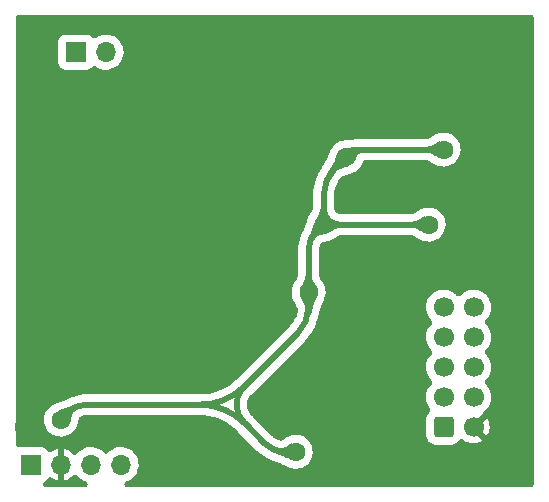
<source format=gbr>
%TF.GenerationSoftware,KiCad,Pcbnew,(6.0.11)*%
%TF.CreationDate,2023-03-20T00:38:49+01:00*%
%TF.ProjectId,prusa-lcd-reader-rounded,70727573-612d-46c6-9364-2d7265616465,rev?*%
%TF.SameCoordinates,Original*%
%TF.FileFunction,Copper,L2,Bot*%
%TF.FilePolarity,Positive*%
%FSLAX46Y46*%
G04 Gerber Fmt 4.6, Leading zero omitted, Abs format (unit mm)*
G04 Created by KiCad (PCBNEW (6.0.11)) date 2023-03-20 00:38:49*
%MOMM*%
%LPD*%
G01*
G04 APERTURE LIST*
G04 Aperture macros list*
%AMRoundRect*
0 Rectangle with rounded corners*
0 $1 Rounding radius*
0 $2 $3 $4 $5 $6 $7 $8 $9 X,Y pos of 4 corners*
0 Add a 4 corners polygon primitive as box body*
4,1,4,$2,$3,$4,$5,$6,$7,$8,$9,$2,$3,0*
0 Add four circle primitives for the rounded corners*
1,1,$1+$1,$2,$3*
1,1,$1+$1,$4,$5*
1,1,$1+$1,$6,$7*
1,1,$1+$1,$8,$9*
0 Add four rect primitives between the rounded corners*
20,1,$1+$1,$2,$3,$4,$5,0*
20,1,$1+$1,$4,$5,$6,$7,0*
20,1,$1+$1,$6,$7,$8,$9,0*
20,1,$1+$1,$8,$9,$2,$3,0*%
G04 Aperture macros list end*
%TA.AperFunction,ComponentPad*%
%ADD10R,1.700000X1.700000*%
%TD*%
%TA.AperFunction,ComponentPad*%
%ADD11O,1.700000X1.700000*%
%TD*%
%TA.AperFunction,ComponentPad*%
%ADD12RoundRect,0.250000X-0.600000X-0.600000X0.600000X-0.600000X0.600000X0.600000X-0.600000X0.600000X0*%
%TD*%
%TA.AperFunction,ComponentPad*%
%ADD13C,1.700000*%
%TD*%
%TA.AperFunction,ViaPad*%
%ADD14C,1.600000*%
%TD*%
%TA.AperFunction,Conductor*%
%ADD15C,0.500000*%
%TD*%
G04 APERTURE END LIST*
D10*
%TO.P,J3,1,Pin_1*%
%TO.N,+3.3V*%
X115570000Y-103505000D03*
D11*
%TO.P,J3,2,Pin_2*%
%TO.N,GND*%
X118110000Y-103505000D03*
%TO.P,J3,3,Pin_3*%
%TO.N,EN*%
X120650000Y-103505000D03*
%TO.P,J3,4,Pin_4*%
%TO.N,IO0*%
X123190000Y-103505000D03*
%TD*%
%TO.P,J2,2,Pin_2*%
%TO.N,RX*%
X121915000Y-68580000D03*
D10*
%TO.P,J2,1,Pin_1*%
%TO.N,TX*%
X119375000Y-68580000D03*
%TD*%
D12*
%TO.P,J1,1,Pin_1*%
%TO.N,+5V*%
X150495000Y-100330000D03*
D13*
%TO.P,J1,2,Pin_2*%
%TO.N,GND*%
X153035000Y-100330000D03*
%TO.P,J1,3,Pin_3*%
%TO.N,Net-(J1-Pad3)*%
X150495000Y-97790000D03*
%TO.P,J1,4,Pin_4*%
%TO.N,Net-(J1-Pad4)*%
X153035000Y-97790000D03*
%TO.P,J1,5,Pin_5*%
%TO.N,Net-(J1-Pad5)*%
X150495000Y-95250000D03*
%TO.P,J1,6,Pin_6*%
%TO.N,Net-(J1-Pad6)*%
X153035000Y-95250000D03*
%TO.P,J1,7,Pin_7*%
%TO.N,Net-(J1-Pad7)*%
X150495000Y-92710000D03*
%TO.P,J1,8,Pin_8*%
%TO.N,Net-(J1-Pad8)*%
X153035000Y-92710000D03*
%TO.P,J1,9,Pin_9*%
%TO.N,unconnected-(J1-Pad9)*%
X150495000Y-90170000D03*
%TO.P,J1,10,Pin_10*%
%TO.N,unconnected-(J1-Pad10)*%
X153035000Y-90170000D03*
%TD*%
D14*
%TO.N,GND*%
X150495000Y-68580000D03*
X134620000Y-92075000D03*
X115570000Y-71755000D03*
X145415000Y-103505000D03*
%TO.N,+3.3V*%
X118110000Y-99695000D03*
X137977500Y-102417500D03*
X150495000Y-76835000D03*
X142240000Y-77470000D03*
X140335000Y-83185000D03*
X149225000Y-83185000D03*
X139065000Y-88900000D03*
%TO.N,GND*%
X114935000Y-100330000D03*
X120650000Y-100330000D03*
%TD*%
D15*
%TO.N,+3.3V*%
X118744992Y-99059992D02*
G75*
G02*
X120278025Y-98425000I1533008J-1533008D01*
G01*
X140335016Y-80722038D02*
G75*
G02*
X141287500Y-78422500I3251984J38D01*
G01*
X137025000Y-102417511D02*
G75*
G02*
X135398980Y-101743980I0J2299511D01*
G01*
X133494227Y-97010803D02*
G75*
G02*
X129826036Y-98425000I-3546927J3735703D01*
G01*
X129826036Y-98424990D02*
G75*
G02*
X133673791Y-100018793I-36J-5441610D01*
G01*
X133673750Y-100018839D02*
G75*
G02*
X133494212Y-97010787I1425050J1594439D01*
G01*
X138166985Y-92338036D02*
G75*
G03*
X139065000Y-90170000I-2168085J2168036D01*
G01*
X142557496Y-77152496D02*
G75*
G02*
X143324012Y-76835000I766504J-766504D01*
G01*
X139065011Y-85353025D02*
G75*
G02*
X139700000Y-83820000I2167989J25D01*
G01*
%TO.N,GND*%
X118481974Y-101599989D02*
G75*
G03*
X120015000Y-100965000I26J2167989D01*
G01*
X117103025Y-101599989D02*
G75*
G02*
X115570000Y-100965000I-25J2167989D01*
G01*
%TO.N,+3.3V*%
X140335000Y-83185000D02*
X149225000Y-83185000D01*
X139065000Y-90170000D02*
X139065000Y-88900000D01*
X133494212Y-97010787D02*
X138166974Y-92338025D01*
X118745000Y-99060000D02*
X118110000Y-99695000D01*
X120278025Y-98425000D02*
X129826036Y-98425000D01*
X135398980Y-101743980D02*
X133673792Y-100018792D01*
X137025000Y-102417500D02*
X137977500Y-102417500D01*
%TO.N,GND*%
X114935000Y-100330000D02*
X115570000Y-100965000D01*
X118481974Y-101600000D02*
X117103025Y-101600000D01*
X120015000Y-100965000D02*
X120650000Y-100330000D01*
%TO.N,+3.3V*%
X142240000Y-77470000D02*
X142557500Y-77152500D01*
X150495000Y-76835000D02*
X143324012Y-76835000D01*
X140335000Y-83185000D02*
X140335000Y-80722038D01*
X141287500Y-78422500D02*
X142240000Y-77470000D01*
X140335000Y-83185000D02*
X139700000Y-83820000D01*
X139065000Y-88900000D02*
X139065000Y-85353025D01*
%TD*%
%TA.AperFunction,Conductor*%
%TO.N,+3.3V*%
G36*
X143639099Y-76588470D02*
G01*
X143642628Y-76596844D01*
X143642628Y-77074182D01*
X143639201Y-77082455D01*
X143631843Y-77085846D01*
X143502906Y-77095961D01*
X143502905Y-77095961D01*
X143502334Y-77096006D01*
X143501786Y-77096160D01*
X143501783Y-77096161D01*
X143391111Y-77127360D01*
X143391108Y-77127361D01*
X143390435Y-77127551D01*
X143302133Y-77177425D01*
X143232630Y-77243419D01*
X143177129Y-77323323D01*
X143130832Y-77414927D01*
X143130745Y-77415137D01*
X143088942Y-77516022D01*
X143046702Y-77624289D01*
X143046595Y-77624552D01*
X142999332Y-77737499D01*
X142999029Y-77738165D01*
X142945505Y-77846511D01*
X142938768Y-77852411D01*
X142933302Y-77852903D01*
X142816319Y-77835588D01*
X141914193Y-77702055D01*
X142237457Y-76678056D01*
X142243215Y-76671198D01*
X142248446Y-76669879D01*
X142264543Y-76669649D01*
X142406094Y-76667622D01*
X142406122Y-76667621D01*
X142406201Y-76667620D01*
X142406297Y-76667616D01*
X142406318Y-76667615D01*
X142548917Y-76661163D01*
X142548932Y-76661162D01*
X142548978Y-76661160D01*
X142549027Y-76661156D01*
X142549032Y-76661156D01*
X142674867Y-76651647D01*
X142674896Y-76651644D01*
X142674954Y-76651640D01*
X142675038Y-76651632D01*
X142675067Y-76651629D01*
X142731210Y-76646024D01*
X142790750Y-76640080D01*
X142861165Y-76632188D01*
X142902956Y-76627504D01*
X142902990Y-76627500D01*
X143018215Y-76614929D01*
X143018406Y-76614910D01*
X143143117Y-76603375D01*
X143143409Y-76603351D01*
X143240942Y-76596781D01*
X143284447Y-76593850D01*
X143284768Y-76593833D01*
X143421121Y-76588470D01*
X143448681Y-76587386D01*
X143448997Y-76587378D01*
X143454440Y-76587311D01*
X143630785Y-76585145D01*
X143639099Y-76588470D01*
G37*
%TD.AperFunction*%
%TD*%
%TA.AperFunction,Conductor*%
%TO.N,+3.3V*%
G36*
X140824576Y-82538229D02*
G01*
X140923712Y-82596285D01*
X140923713Y-82596286D01*
X140944946Y-82608719D01*
X140945220Y-82608885D01*
X141051488Y-82675534D01*
X141150009Y-82737229D01*
X141150071Y-82737264D01*
X141150090Y-82737276D01*
X141212424Y-82772965D01*
X141246889Y-82792699D01*
X141288526Y-82812416D01*
X141348083Y-82840619D01*
X141348091Y-82840622D01*
X141348367Y-82840753D01*
X141348652Y-82840853D01*
X141348659Y-82840856D01*
X141460371Y-82880092D01*
X141460379Y-82880094D01*
X141460680Y-82880200D01*
X141460994Y-82880272D01*
X141461001Y-82880274D01*
X141589775Y-82909785D01*
X141589783Y-82909786D01*
X141590065Y-82909851D01*
X141742759Y-82928514D01*
X141742999Y-82928523D01*
X141743005Y-82928523D01*
X141807837Y-82930830D01*
X141913717Y-82934598D01*
X141921862Y-82938317D01*
X141925000Y-82946291D01*
X141925000Y-83423709D01*
X141921573Y-83431982D01*
X141913717Y-83435401D01*
X141802368Y-83439364D01*
X141743005Y-83441476D01*
X141742999Y-83441476D01*
X141742759Y-83441485D01*
X141590065Y-83460148D01*
X141589783Y-83460213D01*
X141589775Y-83460214D01*
X141461001Y-83489725D01*
X141460994Y-83489727D01*
X141460680Y-83489799D01*
X141460379Y-83489905D01*
X141460371Y-83489907D01*
X141348659Y-83529143D01*
X141348652Y-83529146D01*
X141348367Y-83529246D01*
X141348091Y-83529377D01*
X141348083Y-83529380D01*
X141288526Y-83557583D01*
X141246889Y-83577300D01*
X141212424Y-83597034D01*
X141150090Y-83632723D01*
X141150071Y-83632735D01*
X141150009Y-83632770D01*
X141051488Y-83694465D01*
X140945234Y-83761105D01*
X140944945Y-83761280D01*
X140835389Y-83825438D01*
X140824839Y-83831616D01*
X140824324Y-83831901D01*
X140691163Y-83901126D01*
X140682243Y-83901902D01*
X140677657Y-83899178D01*
X140619893Y-83843629D01*
X139935000Y-83185000D01*
X140683711Y-82465000D01*
X140824576Y-82538229D01*
G37*
%TD.AperFunction*%
%TD*%
%TA.AperFunction,Conductor*%
%TO.N,+3.3V*%
G36*
X148882343Y-82470822D02*
G01*
X149338916Y-82909886D01*
X149616231Y-83176567D01*
X149619819Y-83184771D01*
X149616231Y-83193433D01*
X149216936Y-83577416D01*
X148882343Y-83899178D01*
X148874004Y-83902443D01*
X148868838Y-83901126D01*
X148735675Y-83831901D01*
X148735160Y-83831616D01*
X148615054Y-83761280D01*
X148614765Y-83761105D01*
X148508511Y-83694465D01*
X148409990Y-83632770D01*
X148409928Y-83632735D01*
X148409909Y-83632723D01*
X148347575Y-83597034D01*
X148313110Y-83577300D01*
X148271473Y-83557583D01*
X148211916Y-83529380D01*
X148211908Y-83529377D01*
X148211632Y-83529246D01*
X148211347Y-83529146D01*
X148211340Y-83529143D01*
X148099628Y-83489907D01*
X148099620Y-83489905D01*
X148099319Y-83489799D01*
X148099005Y-83489727D01*
X148098998Y-83489725D01*
X147970224Y-83460214D01*
X147970216Y-83460213D01*
X147969934Y-83460148D01*
X147817240Y-83441485D01*
X147817000Y-83441476D01*
X147816994Y-83441476D01*
X147757453Y-83439357D01*
X147646283Y-83435402D01*
X147638138Y-83431683D01*
X147635000Y-83423709D01*
X147635000Y-82946291D01*
X147638427Y-82938018D01*
X147646283Y-82934598D01*
X147751947Y-82930838D01*
X147816994Y-82928523D01*
X147817000Y-82928523D01*
X147817240Y-82928514D01*
X147969934Y-82909851D01*
X147970216Y-82909786D01*
X147970224Y-82909785D01*
X148098998Y-82880274D01*
X148099005Y-82880272D01*
X148099319Y-82880200D01*
X148099620Y-82880094D01*
X148099628Y-82880092D01*
X148211340Y-82840856D01*
X148211347Y-82840853D01*
X148211632Y-82840753D01*
X148211908Y-82840622D01*
X148211916Y-82840619D01*
X148271473Y-82812416D01*
X148313110Y-82792699D01*
X148347575Y-82772965D01*
X148409909Y-82737276D01*
X148409928Y-82737264D01*
X148409990Y-82737229D01*
X148508511Y-82675534D01*
X148614779Y-82608885D01*
X148615054Y-82608719D01*
X148735161Y-82538383D01*
X148735675Y-82538098D01*
X148736246Y-82537801D01*
X148868837Y-82468874D01*
X148877758Y-82468098D01*
X148882343Y-82470822D01*
G37*
%TD.AperFunction*%
%TD*%
%TA.AperFunction,Conductor*%
%TO.N,+3.3V*%
G36*
X139449661Y-88900000D02*
G01*
X139451192Y-88901592D01*
X139779411Y-89242900D01*
X139782676Y-89251239D01*
X139781559Y-89256003D01*
X139690591Y-89448786D01*
X139613882Y-89622873D01*
X139551251Y-89778851D01*
X139499075Y-89924598D01*
X139453733Y-90067993D01*
X139453707Y-90068086D01*
X139430375Y-90150561D01*
X139411603Y-90216915D01*
X139389051Y-90302970D01*
X139369063Y-90379242D01*
X139369050Y-90379292D01*
X139345024Y-90474014D01*
X139322490Y-90562853D01*
X139268263Y-90775628D01*
X139268253Y-90775626D01*
X139268243Y-90775706D01*
X139205742Y-91014075D01*
X139200329Y-91021209D01*
X139191407Y-91022412D01*
X138730546Y-90899362D01*
X138723437Y-90893917D01*
X138722148Y-90885494D01*
X138770594Y-90669779D01*
X138770595Y-90669773D01*
X138770655Y-90669506D01*
X138783735Y-90562841D01*
X138794582Y-90474376D01*
X138794582Y-90474370D01*
X138794626Y-90474014D01*
X138794354Y-90303369D01*
X138772592Y-90150953D01*
X138732095Y-90010149D01*
X138675618Y-89874340D01*
X138627250Y-89778972D01*
X138605953Y-89736980D01*
X138605943Y-89736961D01*
X138605916Y-89736908D01*
X138525754Y-89591260D01*
X138525751Y-89591234D01*
X138525743Y-89591238D01*
X138437925Y-89430843D01*
X138437765Y-89430541D01*
X138348786Y-89256132D01*
X138348079Y-89247205D01*
X138350774Y-89242707D01*
X139065000Y-88500000D01*
X139449661Y-88900000D01*
G37*
%TD.AperFunction*%
%TD*%
%TA.AperFunction,Conductor*%
%TO.N,+3.3V*%
G36*
X119304719Y-98392276D02*
G01*
X119497303Y-98827735D01*
X119497779Y-98828812D01*
X119497991Y-98837764D01*
X119492448Y-98843939D01*
X119346265Y-98919432D01*
X119227355Y-99005307D01*
X119139299Y-99097121D01*
X119075894Y-99195488D01*
X119030934Y-99301018D01*
X118998217Y-99414323D01*
X118998178Y-99414503D01*
X118971538Y-99536016D01*
X118971526Y-99536072D01*
X118944725Y-99666557D01*
X118944649Y-99666898D01*
X118911568Y-99806642D01*
X118911377Y-99807352D01*
X118868165Y-99949413D01*
X118862478Y-99956331D01*
X118857200Y-99957706D01*
X117839323Y-99977604D01*
X117830984Y-99974339D01*
X117827396Y-99965677D01*
X117835795Y-99536016D01*
X117847300Y-98947470D01*
X117850888Y-98939267D01*
X117855177Y-98936641D01*
X118021521Y-98879171D01*
X118021543Y-98879164D01*
X118171367Y-98827735D01*
X118303679Y-98782101D01*
X118425135Y-98739369D01*
X118425171Y-98739356D01*
X118542417Y-98696641D01*
X118662203Y-98651018D01*
X118791175Y-98599602D01*
X118868467Y-98567526D01*
X118935984Y-98539507D01*
X118936012Y-98539495D01*
X119103394Y-98467797D01*
X119289321Y-98386292D01*
X119298275Y-98386109D01*
X119304719Y-98392276D01*
G37*
%TD.AperFunction*%
%TD*%
%TA.AperFunction,Conductor*%
%TO.N,+3.3V*%
G36*
X137634891Y-101703368D02*
G01*
X138069119Y-102120944D01*
X138368731Y-102409067D01*
X138372319Y-102417271D01*
X138368731Y-102425933D01*
X137634662Y-103131852D01*
X137626323Y-103135117D01*
X137621456Y-103133951D01*
X137458404Y-103055048D01*
X137311614Y-102984535D01*
X137181495Y-102923164D01*
X137061123Y-102868141D01*
X136943573Y-102816671D01*
X136821921Y-102765958D01*
X136689243Y-102713206D01*
X136538614Y-102655622D01*
X136363133Y-102590416D01*
X136363111Y-102590408D01*
X136363068Y-102590392D01*
X136282221Y-102560894D01*
X136166778Y-102518773D01*
X136160181Y-102512719D01*
X136159790Y-102503794D01*
X136322502Y-102055120D01*
X136328544Y-102048511D01*
X136336861Y-102047902D01*
X136423778Y-102073957D01*
X136502716Y-102097620D01*
X136503109Y-102097680D01*
X136503113Y-102097681D01*
X136654794Y-102120879D01*
X136654798Y-102120879D01*
X136655280Y-102120953D01*
X136655775Y-102120944D01*
X136788535Y-102118520D01*
X136788537Y-102118520D01*
X136789071Y-102118510D01*
X136909192Y-102094074D01*
X137020750Y-102051428D01*
X137021046Y-102051272D01*
X137021052Y-102051269D01*
X137060699Y-102030337D01*
X137128850Y-101994358D01*
X137238599Y-101926646D01*
X137354983Y-101852151D01*
X137355223Y-101852002D01*
X137483178Y-101774605D01*
X137483759Y-101774276D01*
X137621307Y-101701461D01*
X137630222Y-101700618D01*
X137634891Y-101703368D01*
G37*
%TD.AperFunction*%
%TD*%
%TA.AperFunction,Conductor*%
%TO.N,+3.3V*%
G36*
X150152343Y-76120822D02*
G01*
X150608916Y-76559886D01*
X150886231Y-76826567D01*
X150889819Y-76834771D01*
X150886231Y-76843433D01*
X150486936Y-77227416D01*
X150152343Y-77549178D01*
X150144004Y-77552443D01*
X150138838Y-77551126D01*
X150005675Y-77481901D01*
X150005160Y-77481616D01*
X149885054Y-77411280D01*
X149884765Y-77411105D01*
X149778511Y-77344465D01*
X149679990Y-77282770D01*
X149679928Y-77282735D01*
X149679909Y-77282723D01*
X149617575Y-77247034D01*
X149583110Y-77227300D01*
X149541473Y-77207583D01*
X149481916Y-77179380D01*
X149481908Y-77179377D01*
X149481632Y-77179246D01*
X149481347Y-77179146D01*
X149481340Y-77179143D01*
X149369628Y-77139907D01*
X149369620Y-77139905D01*
X149369319Y-77139799D01*
X149369005Y-77139727D01*
X149368998Y-77139725D01*
X149240224Y-77110214D01*
X149240216Y-77110213D01*
X149239934Y-77110148D01*
X149087240Y-77091485D01*
X149087000Y-77091476D01*
X149086994Y-77091476D01*
X149027453Y-77089357D01*
X148916283Y-77085402D01*
X148908138Y-77081683D01*
X148905000Y-77073709D01*
X148905000Y-76596291D01*
X148908427Y-76588018D01*
X148916283Y-76584598D01*
X149021947Y-76580838D01*
X149086994Y-76578523D01*
X149087000Y-76578523D01*
X149087240Y-76578514D01*
X149239934Y-76559851D01*
X149240216Y-76559786D01*
X149240224Y-76559785D01*
X149368998Y-76530274D01*
X149369005Y-76530272D01*
X149369319Y-76530200D01*
X149369620Y-76530094D01*
X149369628Y-76530092D01*
X149481340Y-76490856D01*
X149481347Y-76490853D01*
X149481632Y-76490753D01*
X149481908Y-76490622D01*
X149481916Y-76490619D01*
X149541473Y-76462416D01*
X149583110Y-76442699D01*
X149617575Y-76422965D01*
X149679909Y-76387276D01*
X149679928Y-76387264D01*
X149679990Y-76387229D01*
X149778511Y-76325534D01*
X149884779Y-76258885D01*
X149885054Y-76258719D01*
X150005161Y-76188383D01*
X150005675Y-76188098D01*
X150006246Y-76187801D01*
X150138837Y-76118874D01*
X150147758Y-76118098D01*
X150152343Y-76120822D01*
G37*
%TD.AperFunction*%
%TD*%
%TA.AperFunction,Conductor*%
%TO.N,+3.3V*%
G36*
X140581982Y-81598427D02*
G01*
X140585401Y-81606283D01*
X140591485Y-81777240D01*
X140610148Y-81929934D01*
X140639799Y-82059319D01*
X140639905Y-82059620D01*
X140639907Y-82059628D01*
X140679143Y-82171340D01*
X140679246Y-82171632D01*
X140727300Y-82273110D01*
X140727416Y-82273312D01*
X140782723Y-82369909D01*
X140782735Y-82369928D01*
X140782770Y-82369990D01*
X140782818Y-82370066D01*
X140844465Y-82468511D01*
X140911105Y-82574765D01*
X140911280Y-82575053D01*
X140923713Y-82596286D01*
X140923714Y-82596287D01*
X140981770Y-82695423D01*
X141055000Y-82836289D01*
X140335000Y-83585000D01*
X139632070Y-82854040D01*
X139620822Y-82842343D01*
X139617557Y-82834004D01*
X139618874Y-82828836D01*
X139618971Y-82828651D01*
X139688098Y-82695675D01*
X139688383Y-82695160D01*
X139745840Y-82597046D01*
X139758719Y-82575054D01*
X139758894Y-82574765D01*
X139825534Y-82468511D01*
X139887181Y-82370066D01*
X139887229Y-82369990D01*
X139887264Y-82369928D01*
X139887276Y-82369909D01*
X139942583Y-82273312D01*
X139942699Y-82273110D01*
X139990753Y-82171632D01*
X139990856Y-82171340D01*
X140030092Y-82059628D01*
X140030094Y-82059620D01*
X140030200Y-82059319D01*
X140059851Y-81929934D01*
X140078514Y-81777240D01*
X140084598Y-81606283D01*
X140088317Y-81598138D01*
X140096291Y-81595000D01*
X140573709Y-81595000D01*
X140581982Y-81598427D01*
G37*
%TD.AperFunction*%
%TD*%
%TA.AperFunction,Conductor*%
%TO.N,+3.3V*%
G36*
X142511049Y-77790402D02*
G01*
X142511014Y-77792195D01*
X142502702Y-78217389D01*
X142499114Y-78225593D01*
X142494646Y-78228279D01*
X142299497Y-78292207D01*
X142299290Y-78292272D01*
X142116681Y-78347369D01*
X141951209Y-78397775D01*
X141799838Y-78450144D01*
X141659418Y-78511165D01*
X141659134Y-78511328D01*
X141659129Y-78511331D01*
X141545147Y-78576958D01*
X141526794Y-78587525D01*
X141398817Y-78685914D01*
X141272333Y-78813019D01*
X141272121Y-78813288D01*
X141272120Y-78813289D01*
X141144362Y-78975309D01*
X141144355Y-78975319D01*
X141144190Y-78975528D01*
X141144045Y-78975752D01*
X141144043Y-78975754D01*
X141017381Y-79170675D01*
X141009999Y-79175745D01*
X141001561Y-79174339D01*
X140592326Y-78929367D01*
X140586987Y-78922177D01*
X140588331Y-78913261D01*
X140649127Y-78813019D01*
X140721121Y-78694312D01*
X140841117Y-78500630D01*
X140872577Y-78450232D01*
X140945247Y-78333813D01*
X140945276Y-78333766D01*
X141036501Y-78185461D01*
X141036508Y-78185449D01*
X141036539Y-78185399D01*
X141118021Y-78046926D01*
X141192724Y-77909929D01*
X141263674Y-77765947D01*
X141333903Y-77606516D01*
X141406437Y-77423175D01*
X141481575Y-77215028D01*
X141487607Y-77208410D01*
X141492351Y-77207303D01*
X141687211Y-77203494D01*
X142073969Y-77195933D01*
X142522842Y-77187158D01*
X142511049Y-77790402D01*
G37*
%TD.AperFunction*%
%TD*%
%TA.AperFunction,Conductor*%
%TO.N,+3.3V*%
G36*
X140599815Y-83824321D02*
G01*
X140599772Y-83826528D01*
X140597706Y-83932200D01*
X140594118Y-83940404D01*
X140589413Y-83943165D01*
X140447341Y-83986380D01*
X140446656Y-83986565D01*
X140343071Y-84011087D01*
X140306900Y-84019650D01*
X140306558Y-84019726D01*
X140176018Y-84046540D01*
X140054326Y-84073220D01*
X140054152Y-84073270D01*
X140054145Y-84073272D01*
X139983290Y-84093732D01*
X139941021Y-84105938D01*
X139835492Y-84150899D01*
X139737127Y-84214305D01*
X139645314Y-84302362D01*
X139559440Y-84421272D01*
X139559241Y-84421658D01*
X139483948Y-84567455D01*
X139477107Y-84573233D01*
X139468820Y-84572786D01*
X139032284Y-84379728D01*
X139026104Y-84373248D01*
X139026300Y-84364331D01*
X139107804Y-84178402D01*
X139179473Y-84011087D01*
X139179478Y-84011076D01*
X139179502Y-84011019D01*
X139189686Y-83986480D01*
X139239608Y-83866181D01*
X139291023Y-83737209D01*
X139336644Y-83617421D01*
X139379371Y-83500138D01*
X139422102Y-83378681D01*
X139467736Y-83246369D01*
X139519163Y-83096545D01*
X139519180Y-83096525D01*
X139519171Y-83096522D01*
X139576641Y-82930177D01*
X139582582Y-82923477D01*
X139587469Y-82922300D01*
X140617842Y-82902158D01*
X140599815Y-83824321D01*
G37*
%TD.AperFunction*%
%TD*%
%TA.AperFunction,Conductor*%
%TO.N,+3.3V*%
G36*
X139311982Y-87313427D02*
G01*
X139315401Y-87321283D01*
X139321485Y-87492240D01*
X139340148Y-87644934D01*
X139369799Y-87774319D01*
X139369905Y-87774620D01*
X139369907Y-87774628D01*
X139409143Y-87886340D01*
X139409246Y-87886632D01*
X139457300Y-87988110D01*
X139457416Y-87988312D01*
X139512723Y-88084909D01*
X139512735Y-88084928D01*
X139512770Y-88084990D01*
X139512818Y-88085066D01*
X139574465Y-88183511D01*
X139641105Y-88289765D01*
X139641289Y-88290069D01*
X139711616Y-88410160D01*
X139711901Y-88410675D01*
X139781126Y-88543836D01*
X139781902Y-88552757D01*
X139779178Y-88557343D01*
X139065000Y-89300000D01*
X138350822Y-88557343D01*
X138347557Y-88549004D01*
X138348874Y-88543836D01*
X138418098Y-88410675D01*
X138418383Y-88410160D01*
X138488710Y-88290069D01*
X138488894Y-88289765D01*
X138555534Y-88183511D01*
X138617181Y-88085066D01*
X138617229Y-88084990D01*
X138617264Y-88084928D01*
X138617276Y-88084909D01*
X138672583Y-87988312D01*
X138672699Y-87988110D01*
X138720753Y-87886632D01*
X138720856Y-87886340D01*
X138760092Y-87774628D01*
X138760094Y-87774620D01*
X138760200Y-87774319D01*
X138789851Y-87644934D01*
X138808514Y-87492240D01*
X138814598Y-87321283D01*
X138818317Y-87313138D01*
X138826291Y-87310000D01*
X139303709Y-87310000D01*
X139311982Y-87313427D01*
G37*
%TD.AperFunction*%
%TD*%
%TA.AperFunction,Conductor*%
%TO.N,GND*%
G36*
X157958319Y-65424758D02*
G01*
X158040398Y-65479602D01*
X158095242Y-65561681D01*
X158114500Y-65658500D01*
X158114500Y-105156500D01*
X158095242Y-105253319D01*
X158040398Y-105335398D01*
X157958319Y-105390242D01*
X157861500Y-105409500D01*
X123735429Y-105409500D01*
X123638610Y-105390242D01*
X123556531Y-105335398D01*
X123501687Y-105253319D01*
X123482429Y-105156500D01*
X123501687Y-105059681D01*
X123556531Y-104977602D01*
X123638610Y-104922758D01*
X123662726Y-104914171D01*
X123671327Y-104911590D01*
X123733882Y-104892823D01*
X123953246Y-104785358D01*
X124152113Y-104643507D01*
X124191268Y-104604489D01*
X124317792Y-104478407D01*
X124317796Y-104478403D01*
X124325142Y-104471082D01*
X124336552Y-104455204D01*
X124402192Y-104363855D01*
X124467686Y-104272711D01*
X124514953Y-104177074D01*
X124571315Y-104063032D01*
X124575916Y-104053723D01*
X124646927Y-103819999D01*
X124649465Y-103800726D01*
X124677932Y-103584491D01*
X124678811Y-103577815D01*
X124680591Y-103505000D01*
X124660576Y-103261548D01*
X124632573Y-103150063D01*
X124603597Y-103034705D01*
X124603596Y-103034701D01*
X124601067Y-103024634D01*
X124503663Y-102800620D01*
X124370980Y-102595523D01*
X124206581Y-102414851D01*
X124178662Y-102392802D01*
X124023025Y-102269887D01*
X124023021Y-102269884D01*
X124014880Y-102263455D01*
X123883668Y-102191022D01*
X123810124Y-102150423D01*
X123810121Y-102150422D01*
X123801028Y-102145402D01*
X123570765Y-102063862D01*
X123560545Y-102062041D01*
X123560543Y-102062041D01*
X123340500Y-102022845D01*
X123330277Y-102021024D01*
X123319897Y-102020897D01*
X123319895Y-102020897D01*
X123194266Y-102019362D01*
X123086022Y-102018040D01*
X123064581Y-102021321D01*
X122854822Y-102053418D01*
X122854816Y-102053420D01*
X122844559Y-102054989D01*
X122612373Y-102130879D01*
X122395699Y-102243672D01*
X122387401Y-102249902D01*
X122387400Y-102249903D01*
X122208656Y-102384108D01*
X122208651Y-102384112D01*
X122200358Y-102390339D01*
X122102949Y-102492271D01*
X122022137Y-102548962D01*
X121925780Y-102570412D01*
X121828549Y-102553355D01*
X121745247Y-102500388D01*
X121732913Y-102487749D01*
X121726885Y-102481124D01*
X121666581Y-102414851D01*
X121638662Y-102392802D01*
X121483025Y-102269887D01*
X121483021Y-102269884D01*
X121474880Y-102263455D01*
X121343668Y-102191022D01*
X121270124Y-102150423D01*
X121270121Y-102150422D01*
X121261028Y-102145402D01*
X121030765Y-102063862D01*
X121020545Y-102062041D01*
X121020543Y-102062041D01*
X120800500Y-102022845D01*
X120790277Y-102021024D01*
X120779897Y-102020897D01*
X120779895Y-102020897D01*
X120654266Y-102019362D01*
X120546022Y-102018040D01*
X120524581Y-102021321D01*
X120314822Y-102053418D01*
X120314816Y-102053420D01*
X120304559Y-102054989D01*
X120072373Y-102130879D01*
X119855699Y-102243672D01*
X119847401Y-102249902D01*
X119847400Y-102249903D01*
X119668656Y-102384108D01*
X119668651Y-102384112D01*
X119660358Y-102390339D01*
X119491593Y-102566941D01*
X119488271Y-102571811D01*
X119413827Y-102633728D01*
X119319552Y-102663003D01*
X119221250Y-102653973D01*
X119133887Y-102608011D01*
X119105974Y-102581662D01*
X119046316Y-102516099D01*
X119031177Y-102501981D01*
X118872226Y-102376449D01*
X118854992Y-102365000D01*
X118677677Y-102267116D01*
X118658793Y-102258629D01*
X118467878Y-102191022D01*
X118447854Y-102185732D01*
X118388533Y-102175165D01*
X118367345Y-102175590D01*
X118364000Y-102184148D01*
X118364000Y-104816714D01*
X118368134Y-104837498D01*
X118379157Y-104839690D01*
X118383015Y-104839196D01*
X118403255Y-104834894D01*
X118597253Y-104776691D01*
X118616525Y-104769139D01*
X118798413Y-104680033D01*
X118816190Y-104669436D01*
X118981079Y-104551822D01*
X118996896Y-104538456D01*
X119117552Y-104418219D01*
X119199726Y-104363518D01*
X119296578Y-104344428D01*
X119393364Y-104363855D01*
X119475347Y-104418842D01*
X119487369Y-104431779D01*
X119607088Y-104569987D01*
X119795032Y-104726021D01*
X119803998Y-104731260D01*
X119803999Y-104731261D01*
X119989555Y-104839690D01*
X120005937Y-104849263D01*
X120015633Y-104852966D01*
X120015634Y-104852966D01*
X120191560Y-104920146D01*
X120275139Y-104972677D01*
X120332252Y-105053193D01*
X120354206Y-105149436D01*
X120337659Y-105246755D01*
X120285128Y-105330334D01*
X120204612Y-105387447D01*
X120101305Y-105409500D01*
X116810175Y-105409500D01*
X116713356Y-105390242D01*
X116631277Y-105335398D01*
X116576433Y-105253319D01*
X116557175Y-105156500D01*
X116576433Y-105059681D01*
X116631277Y-104977602D01*
X116681388Y-104938732D01*
X116712816Y-104920146D01*
X116812598Y-104861135D01*
X116926135Y-104747598D01*
X116958146Y-104693470D01*
X117024007Y-104619937D01*
X117112995Y-104577206D01*
X117211561Y-104571781D01*
X117304701Y-104604489D01*
X117321029Y-104615012D01*
X117337373Y-104626456D01*
X117512258Y-104728651D01*
X117530912Y-104737588D01*
X117720135Y-104809845D01*
X117740003Y-104815617D01*
X117831580Y-104834249D01*
X117852774Y-104834341D01*
X117855982Y-104826690D01*
X117856000Y-104826512D01*
X117856000Y-102194905D01*
X117851866Y-102174121D01*
X117841917Y-102172142D01*
X117804462Y-102177874D01*
X117784348Y-102182666D01*
X117591807Y-102245597D01*
X117572751Y-102253608D01*
X117393084Y-102347137D01*
X117375571Y-102358165D01*
X117329439Y-102392802D01*
X117240451Y-102435533D01*
X117141884Y-102440957D01*
X117048745Y-102408248D01*
X116975212Y-102342387D01*
X116959771Y-102319277D01*
X116926135Y-102262402D01*
X116812598Y-102148865D01*
X116674393Y-102067131D01*
X116520204Y-102022335D01*
X116497997Y-102020587D01*
X116489139Y-102019890D01*
X116489134Y-102019890D01*
X116484181Y-102019500D01*
X116479210Y-102019500D01*
X115568804Y-102019501D01*
X114655820Y-102019501D01*
X114640513Y-102020705D01*
X114632681Y-102021321D01*
X114632678Y-102021322D01*
X114619796Y-102022335D01*
X114607381Y-102025942D01*
X114598954Y-102027481D01*
X114500251Y-102025931D01*
X114409654Y-101986726D01*
X114340956Y-101915836D01*
X114304617Y-101824052D01*
X114300500Y-101778598D01*
X114300500Y-99659807D01*
X116670010Y-99659807D01*
X116683598Y-99895468D01*
X116735493Y-100125744D01*
X116824302Y-100344453D01*
X116829724Y-100353301D01*
X116829725Y-100353303D01*
X116848458Y-100383873D01*
X116947638Y-100545720D01*
X117102191Y-100724141D01*
X117195027Y-100801215D01*
X117275819Y-100868290D01*
X117275822Y-100868292D01*
X117283809Y-100874923D01*
X117292773Y-100880161D01*
X117472686Y-100985294D01*
X117487615Y-100994018D01*
X117708136Y-101078226D01*
X117819878Y-101100960D01*
X117929278Y-101123218D01*
X117929282Y-101123218D01*
X117939449Y-101125287D01*
X118175342Y-101133937D01*
X118185645Y-101132617D01*
X118185649Y-101132617D01*
X118393040Y-101106049D01*
X118409480Y-101103943D01*
X118467941Y-101086404D01*
X118625630Y-101039095D01*
X118625631Y-101039095D01*
X118635576Y-101036111D01*
X118847557Y-100932263D01*
X119039730Y-100795187D01*
X119152651Y-100682660D01*
X119199577Y-100635898D01*
X119199581Y-100635894D01*
X119206935Y-100628565D01*
X119344681Y-100436871D01*
X119449269Y-100225254D01*
X119462311Y-100182328D01*
X119473464Y-100152511D01*
X119480943Y-100135807D01*
X119524155Y-99993746D01*
X119529888Y-99973740D01*
X119530079Y-99973030D01*
X119534842Y-99954187D01*
X119567923Y-99814443D01*
X119569810Y-99806230D01*
X119569886Y-99805889D01*
X119572128Y-99795423D01*
X119583006Y-99742465D01*
X119597744Y-99670708D01*
X119598422Y-99667510D01*
X119611893Y-99606063D01*
X119651438Y-99515614D01*
X119722586Y-99447184D01*
X119742920Y-99435456D01*
X119779542Y-99416543D01*
X119798795Y-99407604D01*
X119843232Y-99389198D01*
X119863301Y-99380885D01*
X119901054Y-99368619D01*
X120058023Y-99330936D01*
X120097234Y-99324726D01*
X120228299Y-99314412D01*
X120251568Y-99314717D01*
X120251568Y-99313991D01*
X120264825Y-99313991D01*
X120278015Y-99315378D01*
X120291203Y-99313992D01*
X120291206Y-99313992D01*
X120311243Y-99311886D01*
X120337686Y-99310500D01*
X129752919Y-99310500D01*
X129785279Y-99312578D01*
X129790165Y-99313208D01*
X129805076Y-99315131D01*
X129815561Y-99314278D01*
X129826030Y-99315378D01*
X129839215Y-99313992D01*
X129845945Y-99313992D01*
X129854193Y-99313510D01*
X129879284Y-99313208D01*
X129893366Y-99313431D01*
X130068479Y-99321077D01*
X130212091Y-99327349D01*
X130234065Y-99329271D01*
X130600152Y-99377469D01*
X130606221Y-99378268D01*
X130627956Y-99382100D01*
X130994451Y-99463352D01*
X131015758Y-99469061D01*
X131163403Y-99515614D01*
X131373760Y-99581940D01*
X131394482Y-99589482D01*
X131741326Y-99733150D01*
X131761291Y-99742460D01*
X132094262Y-99915796D01*
X132113363Y-99926823D01*
X132429968Y-100128523D01*
X132448037Y-100141175D01*
X132567942Y-100233181D01*
X132745840Y-100369687D01*
X132762747Y-100383873D01*
X132988041Y-100590316D01*
X132995312Y-100597250D01*
X133023602Y-100625319D01*
X133028395Y-100630621D01*
X133035857Y-100638083D01*
X133044201Y-100648386D01*
X133054507Y-100656731D01*
X133062815Y-100665039D01*
X133071079Y-100672425D01*
X133071965Y-100673304D01*
X133080452Y-100682660D01*
X133091204Y-100690411D01*
X133101091Y-100699248D01*
X133100669Y-100699720D01*
X133112498Y-100709785D01*
X134730639Y-102327925D01*
X134748361Y-102347608D01*
X134769380Y-102373565D01*
X134779686Y-102381911D01*
X134780111Y-102382336D01*
X134789065Y-102390008D01*
X135001987Y-102582994D01*
X135253344Y-102769417D01*
X135521764Y-102930305D01*
X135804661Y-103064108D01*
X135897459Y-103097312D01*
X135928048Y-103110591D01*
X135940176Y-103116836D01*
X135940181Y-103116838D01*
X135947240Y-103120473D01*
X136076958Y-103167802D01*
X136140976Y-103191160D01*
X136142354Y-103191667D01*
X136311683Y-103254588D01*
X136313779Y-103255378D01*
X136455002Y-103309366D01*
X136458131Y-103310586D01*
X136559941Y-103351065D01*
X136578452Y-103358425D01*
X136582326Y-103360003D01*
X136689762Y-103404790D01*
X136693891Y-103406554D01*
X136797685Y-103452001D01*
X136801389Y-103453658D01*
X136910326Y-103503454D01*
X136913062Y-103504725D01*
X136925006Y-103510358D01*
X137035519Y-103562482D01*
X137037141Y-103563254D01*
X137180294Y-103632019D01*
X137180616Y-103632175D01*
X137342460Y-103710493D01*
X137348062Y-103712493D01*
X137348775Y-103712813D01*
X137355115Y-103716518D01*
X137575636Y-103800726D01*
X137670366Y-103819999D01*
X137796778Y-103845718D01*
X137796782Y-103845718D01*
X137806949Y-103847787D01*
X138042842Y-103856437D01*
X138053145Y-103855117D01*
X138053149Y-103855117D01*
X138249830Y-103829921D01*
X138276980Y-103826443D01*
X138503076Y-103758611D01*
X138715057Y-103654763D01*
X138907230Y-103517687D01*
X139066276Y-103359196D01*
X139067077Y-103358398D01*
X139067081Y-103358394D01*
X139074435Y-103351065D01*
X139212181Y-103159371D01*
X139283481Y-103015107D01*
X139312167Y-102957066D01*
X139312168Y-102957063D01*
X139316769Y-102947754D01*
X139319789Y-102937815D01*
X139382370Y-102731834D01*
X139382371Y-102731830D01*
X139385389Y-102721896D01*
X139416200Y-102487864D01*
X139417920Y-102417500D01*
X139416304Y-102397841D01*
X139399429Y-102192589D01*
X139399428Y-102192585D01*
X139398578Y-102182242D01*
X139390195Y-102148865D01*
X139343602Y-101963370D01*
X139343602Y-101963369D01*
X139341073Y-101953302D01*
X139246947Y-101736828D01*
X139208071Y-101676734D01*
X139124372Y-101547356D01*
X139124371Y-101547355D01*
X139118730Y-101538635D01*
X138986083Y-101392858D01*
X138966856Y-101371728D01*
X138966855Y-101371728D01*
X138959864Y-101364044D01*
X138951718Y-101357611D01*
X138951713Y-101357606D01*
X138788706Y-101228872D01*
X138774616Y-101217744D01*
X138756601Y-101207799D01*
X138577057Y-101108685D01*
X138577054Y-101108684D01*
X138567961Y-101103664D01*
X138558170Y-101100197D01*
X138558166Y-101100195D01*
X138355245Y-101028337D01*
X138345449Y-101024868D01*
X138335222Y-101023046D01*
X138335217Y-101023045D01*
X138123281Y-100985294D01*
X138123275Y-100985293D01*
X138113055Y-100983473D01*
X138102672Y-100983346D01*
X138102671Y-100983346D01*
X137989378Y-100981962D01*
X137877021Y-100980589D01*
X137643686Y-101016294D01*
X137633813Y-101019521D01*
X137633809Y-101019522D01*
X137429184Y-101086404D01*
X137429181Y-101086405D01*
X137419315Y-101089630D01*
X137410110Y-101094422D01*
X137410105Y-101094424D01*
X137370629Y-101114974D01*
X137343221Y-101127233D01*
X137329083Y-101132574D01*
X137329071Y-101132579D01*
X137321639Y-101135387D01*
X137184091Y-101208202D01*
X137168154Y-101216931D01*
X137167573Y-101217260D01*
X137151680Y-101226563D01*
X137150913Y-101227027D01*
X137150886Y-101227043D01*
X137135624Y-101236275D01*
X137023725Y-101303960D01*
X137017391Y-101307843D01*
X137017151Y-101307992D01*
X137016755Y-101308242D01*
X137016692Y-101308281D01*
X137010142Y-101312410D01*
X137010070Y-101312456D01*
X137009689Y-101312696D01*
X136899621Y-101383148D01*
X136896073Y-101385378D01*
X136818032Y-101433527D01*
X136803275Y-101441961D01*
X136801672Y-101442807D01*
X136707057Y-101470965D01*
X136610939Y-101461402D01*
X136524210Y-101435404D01*
X136524207Y-101435403D01*
X136520777Y-101434375D01*
X136516118Y-101433261D01*
X136515735Y-101433122D01*
X136513861Y-101432618D01*
X136513903Y-101432461D01*
X136463058Y-101414107D01*
X136332850Y-101349895D01*
X136304198Y-101333352D01*
X136177985Y-101249018D01*
X136151731Y-101228872D01*
X136062886Y-101150954D01*
X136046481Y-101133893D01*
X136046299Y-101134075D01*
X136036926Y-101124702D01*
X136028580Y-101114395D01*
X136003919Y-101094424D01*
X136002612Y-101093366D01*
X135982934Y-101075648D01*
X134342125Y-99434838D01*
X134324406Y-99415159D01*
X134311727Y-99399502D01*
X134303383Y-99389198D01*
X134293867Y-99381492D01*
X134291692Y-99379467D01*
X134289694Y-99377469D01*
X134287501Y-99375564D01*
X134284756Y-99373009D01*
X134280777Y-99368979D01*
X134276046Y-99364751D01*
X134267132Y-99354924D01*
X134260937Y-99350458D01*
X134259603Y-99348686D01*
X134259152Y-99349171D01*
X134224802Y-99317190D01*
X134214386Y-99306914D01*
X134142244Y-99231504D01*
X134117239Y-99200902D01*
X134114965Y-99197626D01*
X134028224Y-99072693D01*
X134008290Y-99038571D01*
X133985586Y-98991632D01*
X133940329Y-98898070D01*
X133925952Y-98861260D01*
X133880698Y-98711881D01*
X133872229Y-98673279D01*
X133850790Y-98518680D01*
X133848436Y-98479230D01*
X133851334Y-98323186D01*
X133855151Y-98283852D01*
X133882316Y-98130150D01*
X133892213Y-98091889D01*
X133942979Y-97944302D01*
X133958713Y-97908050D01*
X134031844Y-97770167D01*
X134042377Y-97753582D01*
X149004854Y-97753582D01*
X149005452Y-97763954D01*
X149005452Y-97763955D01*
X149018317Y-97987080D01*
X149018915Y-97997450D01*
X149021197Y-98007578D01*
X149021198Y-98007582D01*
X149041360Y-98097045D01*
X149072618Y-98235748D01*
X149164520Y-98462074D01*
X149169942Y-98470921D01*
X149169943Y-98470924D01*
X149173131Y-98476126D01*
X149292152Y-98670351D01*
X149328127Y-98711881D01*
X149328836Y-98712700D01*
X149377671Y-98798490D01*
X149389959Y-98896438D01*
X149363827Y-98991632D01*
X149296825Y-99074967D01*
X149265408Y-99100408D01*
X149257064Y-99110712D01*
X149156612Y-99234758D01*
X149156610Y-99234761D01*
X149148266Y-99245065D01*
X149063761Y-99410917D01*
X149015584Y-99590714D01*
X149009500Y-99668019D01*
X149009501Y-100991980D01*
X149009891Y-100996931D01*
X149009891Y-100996942D01*
X149013208Y-101039095D01*
X149015584Y-101069286D01*
X149018585Y-101080487D01*
X149018586Y-101080491D01*
X149055146Y-101216931D01*
X149063761Y-101249083D01*
X149148266Y-101414935D01*
X149156610Y-101425239D01*
X149156612Y-101425242D01*
X149200602Y-101479564D01*
X149265408Y-101559592D01*
X149275712Y-101567936D01*
X149399758Y-101668388D01*
X149399761Y-101668390D01*
X149410065Y-101676734D01*
X149575917Y-101761239D01*
X149755714Y-101809416D01*
X149811910Y-101813839D01*
X149828062Y-101815110D01*
X149828065Y-101815110D01*
X149833019Y-101815500D01*
X150494866Y-101815500D01*
X151156980Y-101815499D01*
X151161931Y-101815109D01*
X151161942Y-101815109D01*
X151211847Y-101811182D01*
X151234286Y-101809416D01*
X151245487Y-101806415D01*
X151245491Y-101806414D01*
X151401275Y-101764671D01*
X151401276Y-101764671D01*
X151414083Y-101761239D01*
X151579935Y-101676734D01*
X151590239Y-101668390D01*
X151590242Y-101668388D01*
X151714288Y-101567936D01*
X151724592Y-101559592D01*
X151830914Y-101428296D01*
X151906809Y-101365175D01*
X152001085Y-101335902D01*
X152099386Y-101344935D01*
X152189138Y-101392858D01*
X152245424Y-101439588D01*
X152262378Y-101451459D01*
X152437258Y-101553651D01*
X152455912Y-101562588D01*
X152645135Y-101634845D01*
X152665003Y-101640617D01*
X152863485Y-101680999D01*
X152884029Y-101683448D01*
X153086443Y-101690871D01*
X153107110Y-101689932D01*
X153308007Y-101664197D01*
X153328262Y-101659892D01*
X153522253Y-101601691D01*
X153541525Y-101594139D01*
X153723419Y-101505030D01*
X153741183Y-101494441D01*
X153778710Y-101467673D01*
X153793227Y-101452240D01*
X153789291Y-101443501D01*
X152854688Y-100508898D01*
X152799844Y-100426819D01*
X152780586Y-100330000D01*
X153400056Y-100330000D01*
X153411829Y-100347619D01*
X154140667Y-101076457D01*
X154158286Y-101088230D01*
X154166367Y-101082831D01*
X154196963Y-101040251D01*
X154207622Y-101022511D01*
X154297363Y-100840935D01*
X154304982Y-100821692D01*
X154363863Y-100627892D01*
X154368234Y-100607675D01*
X154395148Y-100403243D01*
X154396192Y-100389824D01*
X154397489Y-100336739D01*
X154397102Y-100323284D01*
X154380208Y-100117799D01*
X154376826Y-100097365D01*
X154327485Y-99900936D01*
X154320813Y-99881338D01*
X154240054Y-99695603D01*
X154230269Y-99677355D01*
X154171758Y-99586909D01*
X154156998Y-99571704D01*
X154149912Y-99574516D01*
X154148772Y-99575438D01*
X153411829Y-100312381D01*
X153400056Y-100330000D01*
X152780586Y-100330000D01*
X152799844Y-100233181D01*
X152854688Y-100151102D01*
X153783582Y-99222208D01*
X153796622Y-99202693D01*
X153805014Y-99160500D01*
X153805015Y-99149925D01*
X153842800Y-99058726D01*
X153906232Y-98993332D01*
X153908615Y-98991632D01*
X153997113Y-98928507D01*
X154027655Y-98898072D01*
X154162792Y-98763407D01*
X154162796Y-98763403D01*
X154170142Y-98756082D01*
X154312686Y-98557711D01*
X154341678Y-98499051D01*
X154365535Y-98450779D01*
X154420916Y-98338723D01*
X154491927Y-98104999D01*
X154498522Y-98054911D01*
X154522932Y-97869491D01*
X154523811Y-97862815D01*
X154525591Y-97790000D01*
X154524044Y-97771176D01*
X154515516Y-97667452D01*
X154505576Y-97546548D01*
X154502857Y-97535722D01*
X154448597Y-97319705D01*
X154448596Y-97319701D01*
X154446067Y-97309634D01*
X154391820Y-97184873D01*
X154352804Y-97095144D01*
X154348663Y-97085620D01*
X154215980Y-96880523D01*
X154051581Y-96699851D01*
X154051011Y-96699400D01*
X153995707Y-96622576D01*
X153973083Y-96526487D01*
X153988952Y-96429056D01*
X154047344Y-96338451D01*
X154070891Y-96314987D01*
X154086988Y-96298946D01*
X154162792Y-96223407D01*
X154162796Y-96223403D01*
X154170142Y-96216082D01*
X154312686Y-96017711D01*
X154359953Y-95922074D01*
X154416315Y-95808032D01*
X154420916Y-95798723D01*
X154491927Y-95564999D01*
X154523811Y-95322815D01*
X154525591Y-95250000D01*
X154505576Y-95006548D01*
X154446067Y-94769634D01*
X154348663Y-94545620D01*
X154215980Y-94340523D01*
X154051581Y-94159851D01*
X154051011Y-94159400D01*
X153995707Y-94082576D01*
X153973083Y-93986487D01*
X153988952Y-93889056D01*
X154047344Y-93798451D01*
X154070891Y-93774987D01*
X154086988Y-93758946D01*
X154162792Y-93683407D01*
X154162796Y-93683403D01*
X154170142Y-93676082D01*
X154312686Y-93477711D01*
X154359953Y-93382074D01*
X154416315Y-93268032D01*
X154420916Y-93258723D01*
X154491927Y-93024999D01*
X154494382Y-93006357D01*
X154522932Y-92789491D01*
X154523811Y-92782815D01*
X154525591Y-92710000D01*
X154505576Y-92466548D01*
X154498575Y-92438676D01*
X154448597Y-92239705D01*
X154448596Y-92239701D01*
X154446067Y-92229634D01*
X154410423Y-92147657D01*
X154352804Y-92015144D01*
X154348663Y-92005620D01*
X154245717Y-91846490D01*
X154221620Y-91809241D01*
X154221619Y-91809240D01*
X154215980Y-91800523D01*
X154051581Y-91619851D01*
X154051011Y-91619400D01*
X153995707Y-91542576D01*
X153973083Y-91446487D01*
X153988952Y-91349056D01*
X154047344Y-91258451D01*
X154070891Y-91234987D01*
X154121665Y-91184390D01*
X154162792Y-91143407D01*
X154162796Y-91143403D01*
X154170142Y-91136082D01*
X154184491Y-91116114D01*
X154238105Y-91041501D01*
X154312686Y-90937711D01*
X154359953Y-90842074D01*
X154365535Y-90830779D01*
X154420916Y-90718723D01*
X154491927Y-90484999D01*
X154496412Y-90450938D01*
X154522932Y-90249491D01*
X154523811Y-90242815D01*
X154525591Y-90170000D01*
X154505576Y-89926548D01*
X154498671Y-89899059D01*
X154448597Y-89699705D01*
X154448596Y-89699701D01*
X154446067Y-89689634D01*
X154385496Y-89550329D01*
X154352804Y-89475144D01*
X154348663Y-89465620D01*
X154215980Y-89260523D01*
X154051581Y-89079851D01*
X154030043Y-89062841D01*
X153868025Y-88934887D01*
X153868021Y-88934884D01*
X153859880Y-88928455D01*
X153725880Y-88854483D01*
X153655124Y-88815423D01*
X153655121Y-88815422D01*
X153646028Y-88810402D01*
X153415765Y-88728862D01*
X153405545Y-88727041D01*
X153405543Y-88727041D01*
X153185500Y-88687845D01*
X153175277Y-88686024D01*
X153164897Y-88685897D01*
X153164895Y-88685897D01*
X153039266Y-88684362D01*
X152931022Y-88683040D01*
X152899621Y-88687845D01*
X152699822Y-88718418D01*
X152699816Y-88718420D01*
X152689559Y-88719989D01*
X152457373Y-88795879D01*
X152240699Y-88908672D01*
X152232401Y-88914902D01*
X152232400Y-88914903D01*
X152053656Y-89049108D01*
X152053651Y-89049112D01*
X152045358Y-89055339D01*
X151947949Y-89157271D01*
X151867137Y-89213962D01*
X151770780Y-89235412D01*
X151673549Y-89218355D01*
X151590247Y-89165388D01*
X151577913Y-89152749D01*
X151520904Y-89090097D01*
X151511581Y-89079851D01*
X151490043Y-89062841D01*
X151328025Y-88934887D01*
X151328021Y-88934884D01*
X151319880Y-88928455D01*
X151185880Y-88854483D01*
X151115124Y-88815423D01*
X151115121Y-88815422D01*
X151106028Y-88810402D01*
X150875765Y-88728862D01*
X150865545Y-88727041D01*
X150865543Y-88727041D01*
X150645500Y-88687845D01*
X150635277Y-88686024D01*
X150624897Y-88685897D01*
X150624895Y-88685897D01*
X150499266Y-88684362D01*
X150391022Y-88683040D01*
X150359621Y-88687845D01*
X150159822Y-88718418D01*
X150159816Y-88718420D01*
X150149559Y-88719989D01*
X149917373Y-88795879D01*
X149700699Y-88908672D01*
X149692401Y-88914902D01*
X149692400Y-88914903D01*
X149513656Y-89049108D01*
X149513651Y-89049112D01*
X149505358Y-89055339D01*
X149336593Y-89231941D01*
X149330739Y-89240523D01*
X149330738Y-89240524D01*
X149224138Y-89396795D01*
X149198939Y-89433735D01*
X149096091Y-89655302D01*
X149093316Y-89665309D01*
X149093315Y-89665311D01*
X149075266Y-89730395D01*
X149030811Y-89890691D01*
X149004854Y-90133582D01*
X149005452Y-90143954D01*
X149005452Y-90143955D01*
X149011883Y-90255489D01*
X149018915Y-90377450D01*
X149021197Y-90387578D01*
X149021198Y-90387582D01*
X149035476Y-90450938D01*
X149072618Y-90615748D01*
X149164520Y-90842074D01*
X149292152Y-91050351D01*
X149452088Y-91234987D01*
X149465061Y-91245757D01*
X149527252Y-91322415D01*
X149555375Y-91417040D01*
X149545145Y-91515224D01*
X149498120Y-91602020D01*
X149486368Y-91615210D01*
X149336593Y-91771941D01*
X149330739Y-91780523D01*
X149330738Y-91780524D01*
X149224138Y-91936795D01*
X149198939Y-91973735D01*
X149096091Y-92195302D01*
X149030811Y-92430691D01*
X149004854Y-92673582D01*
X149005452Y-92683954D01*
X149005452Y-92683955D01*
X149011152Y-92782815D01*
X149018915Y-92917450D01*
X149021197Y-92927578D01*
X149021198Y-92927582D01*
X149027699Y-92956427D01*
X149072618Y-93155748D01*
X149164520Y-93382074D01*
X149292152Y-93590351D01*
X149452088Y-93774987D01*
X149465061Y-93785757D01*
X149527252Y-93862415D01*
X149555375Y-93957040D01*
X149545145Y-94055224D01*
X149498120Y-94142020D01*
X149486368Y-94155210D01*
X149336593Y-94311941D01*
X149330739Y-94320523D01*
X149330738Y-94320524D01*
X149224138Y-94476795D01*
X149198939Y-94513735D01*
X149096091Y-94735302D01*
X149030811Y-94970691D01*
X149004854Y-95213582D01*
X149005452Y-95223954D01*
X149005452Y-95223955D01*
X149011152Y-95322815D01*
X149018915Y-95457450D01*
X149072618Y-95695748D01*
X149164520Y-95922074D01*
X149292152Y-96130351D01*
X149452088Y-96314987D01*
X149465061Y-96325757D01*
X149527252Y-96402415D01*
X149555375Y-96497040D01*
X149545145Y-96595224D01*
X149498120Y-96682020D01*
X149486368Y-96695210D01*
X149336593Y-96851941D01*
X149330739Y-96860523D01*
X149330738Y-96860524D01*
X149217401Y-97026671D01*
X149198939Y-97053735D01*
X149096091Y-97275302D01*
X149030811Y-97510691D01*
X149004854Y-97753582D01*
X134042377Y-97753582D01*
X134053031Y-97736806D01*
X134103528Y-97669550D01*
X134128706Y-97636016D01*
X134144319Y-97618763D01*
X134143785Y-97618292D01*
X134152553Y-97608339D01*
X134162305Y-97599365D01*
X134169979Y-97588558D01*
X134173949Y-97584052D01*
X134184891Y-97572395D01*
X138750928Y-93006357D01*
X138770606Y-92988639D01*
X138786268Y-92975956D01*
X138786273Y-92975951D01*
X138796573Y-92967610D01*
X138804916Y-92957307D01*
X138805796Y-92956427D01*
X138813101Y-92947950D01*
X138958298Y-92789491D01*
X139028911Y-92712429D01*
X139209633Y-92476903D01*
X139235602Y-92443059D01*
X139235603Y-92443057D01*
X139238965Y-92438676D01*
X139424361Y-92147657D01*
X139583689Y-91841587D01*
X139715734Y-91522796D01*
X139718122Y-91515224D01*
X139817838Y-91198958D01*
X139819493Y-91193709D01*
X139819797Y-91192338D01*
X139822173Y-91184390D01*
X139822335Y-91183899D01*
X139825299Y-91176524D01*
X139833983Y-91143407D01*
X139887800Y-90938155D01*
X139887847Y-90938167D01*
X139889036Y-90933836D01*
X139888924Y-90933807D01*
X139943151Y-90721032D01*
X139943187Y-90720889D01*
X139943222Y-90720752D01*
X139943330Y-90720328D01*
X139943392Y-90720084D01*
X139989021Y-90540193D01*
X139989519Y-90538262D01*
X140028984Y-90387666D01*
X140030274Y-90382930D01*
X140066327Y-90255489D01*
X140068546Y-90248082D01*
X140104716Y-90133695D01*
X140107746Y-90124701D01*
X140148548Y-90010726D01*
X140151965Y-90001724D01*
X140202735Y-89875286D01*
X140205994Y-89867545D01*
X140207649Y-89863788D01*
X140272080Y-89717567D01*
X140274740Y-89711735D01*
X140360810Y-89529332D01*
X140368873Y-89506216D01*
X140380944Y-89477448D01*
X140404269Y-89430254D01*
X140407289Y-89420315D01*
X140469870Y-89214334D01*
X140469871Y-89214330D01*
X140472889Y-89204396D01*
X140503700Y-88970364D01*
X140505420Y-88900000D01*
X140501678Y-88854483D01*
X140486929Y-88675089D01*
X140486928Y-88675085D01*
X140486078Y-88664742D01*
X140428573Y-88435802D01*
X140369101Y-88299026D01*
X140365409Y-88290534D01*
X140360091Y-88277297D01*
X140349421Y-88248402D01*
X140335165Y-88220979D01*
X140334447Y-88219328D01*
X140333732Y-88218223D01*
X140280196Y-88115241D01*
X140272311Y-88100545D01*
X140272026Y-88100030D01*
X140271716Y-88099485D01*
X140271677Y-88099416D01*
X140264695Y-88087153D01*
X140264659Y-88087091D01*
X140264317Y-88086490D01*
X140193990Y-87966399D01*
X140189237Y-87958416D01*
X140189053Y-87958112D01*
X140188870Y-87957815D01*
X140188820Y-87957733D01*
X140183957Y-87949843D01*
X140183953Y-87949836D01*
X140183716Y-87949452D01*
X140117312Y-87843574D01*
X140064978Y-87760001D01*
X140059861Y-87751459D01*
X140030396Y-87699998D01*
X140021309Y-87682592D01*
X140008116Y-87654733D01*
X139998070Y-87630294D01*
X139990778Y-87609531D01*
X139982878Y-87582213D01*
X139974816Y-87547031D01*
X139970294Y-87521221D01*
X139961921Y-87452714D01*
X139960212Y-87431018D01*
X139955635Y-87302421D01*
X139955496Y-87298503D01*
X139951698Y-87259618D01*
X139950500Y-87235024D01*
X139950500Y-85412686D01*
X139951886Y-85386243D01*
X139953992Y-85366203D01*
X139955378Y-85353015D01*
X139953992Y-85339828D01*
X139953992Y-85326570D01*
X139954721Y-85326570D01*
X139954419Y-85303361D01*
X139964737Y-85172239D01*
X139970947Y-85133027D01*
X140008630Y-84976058D01*
X140020895Y-84938308D01*
X140047609Y-84873811D01*
X140056556Y-84854542D01*
X140075460Y-84817936D01*
X140136997Y-84740748D01*
X140223388Y-84692984D01*
X140246078Y-84686893D01*
X140307417Y-84673446D01*
X140310687Y-84672751D01*
X140352286Y-84664206D01*
X140435431Y-84647127D01*
X140445502Y-84644974D01*
X140445844Y-84644898D01*
X140454450Y-84642923D01*
X140594206Y-84609838D01*
X140595090Y-84609614D01*
X140595127Y-84609605D01*
X140612656Y-84605164D01*
X140613655Y-84604911D01*
X140614340Y-84604726D01*
X140615260Y-84604462D01*
X140632802Y-84599427D01*
X140632854Y-84599412D01*
X140633734Y-84599159D01*
X140775806Y-84555944D01*
X140782630Y-84552954D01*
X140782635Y-84552952D01*
X140793562Y-84548164D01*
X140822394Y-84537566D01*
X140860576Y-84526111D01*
X140933177Y-84490544D01*
X140956839Y-84480410D01*
X140979143Y-84472174D01*
X140979148Y-84472172D01*
X140986597Y-84469421D01*
X141119758Y-84400196D01*
X141120422Y-84399840D01*
X141120439Y-84399831D01*
X141133725Y-84392702D01*
X141134454Y-84392311D01*
X141134969Y-84392026D01*
X141148509Y-84384316D01*
X141268615Y-84313980D01*
X141276707Y-84309161D01*
X141276996Y-84308986D01*
X141285547Y-84303716D01*
X141286027Y-84303415D01*
X141286109Y-84303364D01*
X141391278Y-84237405D01*
X141391425Y-84237313D01*
X141474997Y-84184979D01*
X141483540Y-84179861D01*
X141535001Y-84150396D01*
X141552407Y-84141309D01*
X141580266Y-84128116D01*
X141604705Y-84118070D01*
X141625468Y-84110778D01*
X141652780Y-84102880D01*
X141687968Y-84094816D01*
X141713778Y-84090294D01*
X141782285Y-84081921D01*
X141803981Y-84080212D01*
X141862157Y-84078141D01*
X141936496Y-84075496D01*
X141975380Y-84071698D01*
X141999975Y-84070500D01*
X147572341Y-84070500D01*
X147612955Y-84073781D01*
X147615667Y-84074222D01*
X147615669Y-84074222D01*
X147623507Y-84075497D01*
X147702881Y-84078321D01*
X147756017Y-84080212D01*
X147777714Y-84081921D01*
X147846221Y-84090294D01*
X147872031Y-84094816D01*
X147907219Y-84102880D01*
X147934531Y-84110778D01*
X147955294Y-84118070D01*
X147979733Y-84128116D01*
X148007592Y-84141309D01*
X148024998Y-84150396D01*
X148076459Y-84179861D01*
X148085002Y-84184979D01*
X148168574Y-84237313D01*
X148168721Y-84237405D01*
X148273890Y-84303364D01*
X148273972Y-84303415D01*
X148274452Y-84303716D01*
X148283003Y-84308986D01*
X148283292Y-84309161D01*
X148291384Y-84313980D01*
X148411490Y-84384316D01*
X148425030Y-84392026D01*
X148425545Y-84392311D01*
X148440245Y-84400198D01*
X148573408Y-84469423D01*
X148578100Y-84471213D01*
X148584249Y-84474379D01*
X148584289Y-84474295D01*
X148593654Y-84478782D01*
X148602615Y-84484018D01*
X148823136Y-84568226D01*
X148934878Y-84590960D01*
X149044278Y-84613218D01*
X149044282Y-84613218D01*
X149054449Y-84615287D01*
X149290342Y-84623937D01*
X149300645Y-84622617D01*
X149300649Y-84622617D01*
X149486003Y-84598872D01*
X149524480Y-84593943D01*
X149643911Y-84558112D01*
X149740630Y-84529095D01*
X149740631Y-84529095D01*
X149750576Y-84526111D01*
X149962557Y-84422263D01*
X150003971Y-84392723D01*
X150146279Y-84291215D01*
X150154730Y-84285187D01*
X150289988Y-84150401D01*
X150314577Y-84125898D01*
X150314581Y-84125894D01*
X150321935Y-84118565D01*
X150459681Y-83926871D01*
X150564269Y-83715254D01*
X150567289Y-83705315D01*
X150629870Y-83499334D01*
X150629871Y-83499330D01*
X150632889Y-83489396D01*
X150663700Y-83255364D01*
X150665420Y-83185000D01*
X150664066Y-83168536D01*
X150646929Y-82960089D01*
X150646928Y-82960085D01*
X150646078Y-82949742D01*
X150588573Y-82720802D01*
X150494447Y-82504328D01*
X150416818Y-82384331D01*
X150371872Y-82314856D01*
X150371871Y-82314855D01*
X150366230Y-82306135D01*
X150207364Y-82131544D01*
X150199218Y-82125111D01*
X150199213Y-82125106D01*
X150030264Y-81991679D01*
X150022116Y-81985244D01*
X150009407Y-81978228D01*
X149824557Y-81876185D01*
X149824554Y-81876184D01*
X149815461Y-81871164D01*
X149805670Y-81867697D01*
X149805666Y-81867695D01*
X149602745Y-81795837D01*
X149592949Y-81792368D01*
X149582722Y-81790546D01*
X149582717Y-81790545D01*
X149370781Y-81752794D01*
X149370775Y-81752793D01*
X149360555Y-81750973D01*
X149350172Y-81750846D01*
X149350171Y-81750846D01*
X149236878Y-81749462D01*
X149124521Y-81748089D01*
X148891186Y-81783794D01*
X148881313Y-81787021D01*
X148881309Y-81787022D01*
X148676684Y-81853904D01*
X148676681Y-81853905D01*
X148666815Y-81857130D01*
X148621819Y-81880554D01*
X148592633Y-81893477D01*
X148580868Y-81897821D01*
X148580858Y-81897825D01*
X148573409Y-81900576D01*
X148440247Y-81969800D01*
X148425083Y-81977943D01*
X148424569Y-81978228D01*
X148423941Y-81978586D01*
X148423891Y-81978614D01*
X148418275Y-81981816D01*
X148411493Y-81985681D01*
X148291386Y-82056017D01*
X148284054Y-82060376D01*
X148283779Y-82060542D01*
X148274465Y-82066274D01*
X148168343Y-82132832D01*
X148168179Y-82132894D01*
X148168197Y-82132922D01*
X148085002Y-82185020D01*
X148076459Y-82190138D01*
X148024998Y-82219603D01*
X148007592Y-82228690D01*
X147979733Y-82241883D01*
X147955294Y-82251929D01*
X147934531Y-82259221D01*
X147907219Y-82267119D01*
X147872031Y-82275183D01*
X147846221Y-82279705D01*
X147777714Y-82288078D01*
X147756018Y-82289787D01*
X147627404Y-82294364D01*
X147627398Y-82294364D01*
X147623503Y-82294503D01*
X147619623Y-82294882D01*
X147619611Y-82294883D01*
X147584651Y-82298300D01*
X147560043Y-82299500D01*
X141987662Y-82299500D01*
X141947044Y-82296218D01*
X141944342Y-82295779D01*
X141944340Y-82295779D01*
X141936496Y-82294503D01*
X141856621Y-82291661D01*
X141803981Y-82289787D01*
X141782285Y-82288078D01*
X141713778Y-82279705D01*
X141687968Y-82275183D01*
X141652780Y-82267119D01*
X141625468Y-82259221D01*
X141604705Y-82251929D01*
X141580266Y-82241883D01*
X141552407Y-82228690D01*
X141535001Y-82219603D01*
X141483540Y-82190138D01*
X141474997Y-82185021D01*
X141438181Y-82161966D01*
X141366346Y-82094259D01*
X141358032Y-82081817D01*
X141334973Y-82044993D01*
X141329861Y-82036459D01*
X141300396Y-81984998D01*
X141291309Y-81967592D01*
X141278116Y-81939733D01*
X141268070Y-81915294D01*
X141260778Y-81894531D01*
X141252878Y-81867213D01*
X141251666Y-81861923D01*
X141244816Y-81832031D01*
X141240294Y-81806221D01*
X141231921Y-81737714D01*
X141230212Y-81716018D01*
X141225635Y-81587421D01*
X141225496Y-81583503D01*
X141221698Y-81544618D01*
X141220500Y-81520024D01*
X141220500Y-80781699D01*
X141221886Y-80755256D01*
X141223992Y-80735216D01*
X141225378Y-80722028D01*
X141223992Y-80708842D01*
X141223992Y-80697840D01*
X141223352Y-80671523D01*
X141234596Y-80471252D01*
X141237772Y-80443057D01*
X141277464Y-80209437D01*
X141283777Y-80181776D01*
X141349379Y-79954061D01*
X141358750Y-79927282D01*
X141449426Y-79708366D01*
X141461736Y-79682803D01*
X141538066Y-79544693D01*
X141553301Y-79521028D01*
X141554450Y-79519669D01*
X141558786Y-79512997D01*
X141558790Y-79512991D01*
X141658983Y-79358804D01*
X141672461Y-79340003D01*
X141743365Y-79250084D01*
X141762696Y-79228279D01*
X141811036Y-79179702D01*
X141836164Y-79157590D01*
X141869993Y-79131581D01*
X141897960Y-79112898D01*
X141913432Y-79103991D01*
X141935425Y-79091328D01*
X141960828Y-79078547D01*
X142023603Y-79051268D01*
X142041716Y-79044211D01*
X142144867Y-79008524D01*
X142153843Y-79005606D01*
X142302046Y-78960461D01*
X142302687Y-78960266D01*
X142484304Y-78905468D01*
X142485398Y-78905131D01*
X142490929Y-78903429D01*
X142490985Y-78903411D01*
X142491175Y-78903353D01*
X142491382Y-78903288D01*
X142498890Y-78900880D01*
X142561208Y-78880465D01*
X142687281Y-78839166D01*
X142687284Y-78839165D01*
X142694039Y-78836952D01*
X142700495Y-78834000D01*
X142700512Y-78833993D01*
X142706041Y-78831464D01*
X142738550Y-78819220D01*
X142755635Y-78814094D01*
X142755640Y-78814092D01*
X142765576Y-78811111D01*
X142774892Y-78806547D01*
X142774895Y-78806546D01*
X142878250Y-78755913D01*
X142977557Y-78707263D01*
X143169730Y-78570187D01*
X143252511Y-78487695D01*
X143329577Y-78410898D01*
X143329581Y-78410894D01*
X143336935Y-78403565D01*
X143474681Y-78211871D01*
X143479286Y-78202554D01*
X143494107Y-78172567D01*
X143509918Y-78145064D01*
X143515373Y-78136819D01*
X143519755Y-78130196D01*
X143573279Y-78021850D01*
X143582029Y-78003404D01*
X143582332Y-78002738D01*
X143584850Y-77996971D01*
X143589823Y-77985577D01*
X143590187Y-77984744D01*
X143635761Y-77875834D01*
X143690898Y-77793957D01*
X143773174Y-77739411D01*
X143869149Y-77720500D01*
X148842341Y-77720500D01*
X148882955Y-77723781D01*
X148885667Y-77724222D01*
X148885669Y-77724222D01*
X148893507Y-77725497D01*
X148972881Y-77728321D01*
X149026017Y-77730212D01*
X149047714Y-77731921D01*
X149116221Y-77740294D01*
X149142031Y-77744816D01*
X149177219Y-77752880D01*
X149204531Y-77760778D01*
X149225294Y-77768070D01*
X149249733Y-77778116D01*
X149277592Y-77791309D01*
X149294998Y-77800396D01*
X149346459Y-77829861D01*
X149355002Y-77834979D01*
X149438574Y-77887313D01*
X149438721Y-77887405D01*
X149543890Y-77953364D01*
X149543972Y-77953415D01*
X149544452Y-77953716D01*
X149553003Y-77958986D01*
X149553292Y-77959161D01*
X149561384Y-77963980D01*
X149681490Y-78034316D01*
X149695030Y-78042026D01*
X149695545Y-78042311D01*
X149710245Y-78050198D01*
X149843408Y-78119423D01*
X149848100Y-78121213D01*
X149854249Y-78124379D01*
X149854289Y-78124295D01*
X149863654Y-78128782D01*
X149872615Y-78134018D01*
X150093136Y-78218226D01*
X150204878Y-78240960D01*
X150314278Y-78263218D01*
X150314282Y-78263218D01*
X150324449Y-78265287D01*
X150560342Y-78273937D01*
X150570645Y-78272617D01*
X150570649Y-78272617D01*
X150743573Y-78250464D01*
X150794480Y-78243943D01*
X151020576Y-78176111D01*
X151232557Y-78072263D01*
X151273971Y-78042723D01*
X151416279Y-77941215D01*
X151424730Y-77935187D01*
X151564893Y-77795513D01*
X151584577Y-77775898D01*
X151584581Y-77775894D01*
X151591935Y-77768565D01*
X151729681Y-77576871D01*
X151834269Y-77365254D01*
X151884437Y-77200130D01*
X151899870Y-77149334D01*
X151899871Y-77149330D01*
X151902889Y-77139396D01*
X151933700Y-76905364D01*
X151935420Y-76835000D01*
X151916078Y-76599742D01*
X151906979Y-76563514D01*
X151861102Y-76380870D01*
X151861102Y-76380869D01*
X151858573Y-76370802D01*
X151764447Y-76154328D01*
X151754468Y-76138902D01*
X151641872Y-75964856D01*
X151641871Y-75964855D01*
X151636230Y-75956135D01*
X151477364Y-75781544D01*
X151469218Y-75775111D01*
X151469213Y-75775106D01*
X151300264Y-75641679D01*
X151292116Y-75635244D01*
X151279407Y-75628228D01*
X151094557Y-75526185D01*
X151094554Y-75526184D01*
X151085461Y-75521164D01*
X151075670Y-75517697D01*
X151075666Y-75517695D01*
X150872745Y-75445837D01*
X150862949Y-75442368D01*
X150852722Y-75440546D01*
X150852717Y-75440545D01*
X150640781Y-75402794D01*
X150640775Y-75402793D01*
X150630555Y-75400973D01*
X150620172Y-75400846D01*
X150620171Y-75400846D01*
X150506878Y-75399462D01*
X150394521Y-75398089D01*
X150161186Y-75433794D01*
X150151313Y-75437021D01*
X150151309Y-75437022D01*
X149946684Y-75503904D01*
X149946681Y-75503905D01*
X149936815Y-75507130D01*
X149891819Y-75530554D01*
X149862633Y-75543477D01*
X149850868Y-75547821D01*
X149850858Y-75547825D01*
X149843409Y-75550576D01*
X149710247Y-75619800D01*
X149695083Y-75627943D01*
X149694569Y-75628228D01*
X149693941Y-75628586D01*
X149693891Y-75628614D01*
X149688275Y-75631816D01*
X149681493Y-75635681D01*
X149561386Y-75706017D01*
X149554054Y-75710376D01*
X149553779Y-75710542D01*
X149544465Y-75716274D01*
X149438343Y-75782832D01*
X149438179Y-75782894D01*
X149438197Y-75782922D01*
X149355002Y-75835020D01*
X149346459Y-75840138D01*
X149294998Y-75869603D01*
X149277592Y-75878690D01*
X149249733Y-75891883D01*
X149225294Y-75901929D01*
X149204531Y-75909221D01*
X149177219Y-75917119D01*
X149142031Y-75925183D01*
X149116221Y-75929705D01*
X149047714Y-75938078D01*
X149026018Y-75939787D01*
X148897404Y-75944364D01*
X148897398Y-75944364D01*
X148893503Y-75944503D01*
X148889623Y-75944882D01*
X148889611Y-75944883D01*
X148854651Y-75948300D01*
X148830043Y-75949500D01*
X143679487Y-75949500D01*
X143650878Y-75947877D01*
X143622918Y-75944693D01*
X143441130Y-75946926D01*
X143434659Y-75947048D01*
X143433154Y-75947076D01*
X143433124Y-75947077D01*
X143432787Y-75947083D01*
X143432471Y-75947091D01*
X143432188Y-75947100D01*
X143432123Y-75947102D01*
X143425430Y-75947319D01*
X143423508Y-75947381D01*
X143388446Y-75948760D01*
X143352061Y-75947569D01*
X143324022Y-75944622D01*
X143293849Y-75947793D01*
X143281638Y-75948777D01*
X143103157Y-75958798D01*
X143096157Y-75959987D01*
X143096151Y-75959988D01*
X143047560Y-75968244D01*
X143028482Y-75970744D01*
X142987352Y-75974548D01*
X142959415Y-75977132D01*
X142948950Y-75978187D01*
X142948431Y-75978244D01*
X142948389Y-75978248D01*
X142900308Y-75983493D01*
X142833534Y-75990777D01*
X142831649Y-75990986D01*
X142724797Y-76002962D01*
X142721814Y-76003278D01*
X142693832Y-76006072D01*
X142622104Y-76013232D01*
X142616044Y-76013763D01*
X142554655Y-76018404D01*
X142514202Y-76021462D01*
X142506584Y-76021922D01*
X142391030Y-76027151D01*
X142383231Y-76027384D01*
X142239275Y-76029445D01*
X142231988Y-76030403D01*
X142231968Y-76030404D01*
X142223365Y-76031535D01*
X142187314Y-76033673D01*
X142139521Y-76033089D01*
X141906186Y-76068794D01*
X141896313Y-76072021D01*
X141896309Y-76072022D01*
X141691690Y-76138902D01*
X141691686Y-76138904D01*
X141681815Y-76142130D01*
X141472434Y-76251126D01*
X141464136Y-76257356D01*
X141464135Y-76257357D01*
X141291965Y-76386626D01*
X141291960Y-76386630D01*
X141283667Y-76392857D01*
X141120583Y-76563514D01*
X141114729Y-76572096D01*
X141114728Y-76572097D01*
X141102737Y-76589676D01*
X140987562Y-76758516D01*
X140888176Y-76972626D01*
X140885399Y-76982639D01*
X140883737Y-76987157D01*
X140881200Y-76993492D01*
X140879126Y-76997553D01*
X140808588Y-77192958D01*
X140805875Y-77200130D01*
X140744594Y-77355025D01*
X140740870Y-77363938D01*
X140685257Y-77490190D01*
X140680666Y-77500034D01*
X140626353Y-77610252D01*
X140621541Y-77619528D01*
X140562664Y-77727504D01*
X140558606Y-77734664D01*
X140488947Y-77853044D01*
X140486393Y-77857289D01*
X140401343Y-77995556D01*
X140400466Y-77996971D01*
X140367241Y-78050198D01*
X140297782Y-78161472D01*
X140297732Y-78161552D01*
X140296645Y-78163301D01*
X140176649Y-78356983D01*
X140173619Y-78361926D01*
X140173354Y-78362360D01*
X140061122Y-78547413D01*
X140040681Y-78581117D01*
X140038602Y-78585178D01*
X140038593Y-78585195D01*
X140027949Y-78605990D01*
X140016118Y-78626647D01*
X140000412Y-78651301D01*
X139997859Y-78656205D01*
X139997858Y-78656207D01*
X139868052Y-78905565D01*
X139833584Y-78971777D01*
X139695323Y-79305574D01*
X139693664Y-79310835D01*
X139693661Y-79310844D01*
X139681600Y-79349098D01*
X139586681Y-79650151D01*
X139508485Y-80002886D01*
X139461330Y-80361094D01*
X139461089Y-80366616D01*
X139446587Y-80698827D01*
X139446007Y-80706635D01*
X139446007Y-80708866D01*
X139444622Y-80722048D01*
X139446008Y-80735232D01*
X139448114Y-80755270D01*
X139449500Y-80781718D01*
X139449500Y-81532342D01*
X139446218Y-81572959D01*
X139444503Y-81583503D01*
X139444220Y-81591455D01*
X139439787Y-81716018D01*
X139438078Y-81737714D01*
X139429705Y-81806221D01*
X139425183Y-81832031D01*
X139418333Y-81861923D01*
X139417121Y-81867213D01*
X139409221Y-81894531D01*
X139401929Y-81915294D01*
X139391883Y-81939733D01*
X139378690Y-81967592D01*
X139369603Y-81984998D01*
X139340138Y-82036459D01*
X139335021Y-82045001D01*
X139282780Y-82128425D01*
X139282687Y-82128574D01*
X139216283Y-82234452D01*
X139211013Y-82243003D01*
X139210838Y-82243292D01*
X139206019Y-82251384D01*
X139135683Y-82371490D01*
X139127973Y-82385030D01*
X139127688Y-82385545D01*
X139119801Y-82400245D01*
X139050577Y-82533406D01*
X139047991Y-82540185D01*
X139047984Y-82540200D01*
X139034426Y-82575738D01*
X139027528Y-82592075D01*
X138987548Y-82678206D01*
X138987546Y-82678212D01*
X138983176Y-82687626D01*
X138980402Y-82697628D01*
X138976816Y-82707376D01*
X138976580Y-82707289D01*
X138973184Y-82717109D01*
X138971253Y-82721023D01*
X138913783Y-82887368D01*
X138913699Y-82887339D01*
X138913246Y-82888565D01*
X138913358Y-82888603D01*
X138895828Y-82939676D01*
X138862360Y-83037180D01*
X138862238Y-83037534D01*
X138817564Y-83167062D01*
X138817051Y-83168536D01*
X138776791Y-83282970D01*
X138775846Y-83285608D01*
X138737037Y-83392135D01*
X138735774Y-83395525D01*
X138694937Y-83502755D01*
X138693516Y-83506400D01*
X138646957Y-83623190D01*
X138645637Y-83626436D01*
X138589793Y-83761005D01*
X138588794Y-83763372D01*
X138522747Y-83917563D01*
X138520544Y-83922706D01*
X138519697Y-83924661D01*
X138446393Y-84091886D01*
X138439687Y-84107183D01*
X138434229Y-84122455D01*
X138429205Y-84136514D01*
X138419674Y-84159535D01*
X138411192Y-84177470D01*
X138411185Y-84177488D01*
X138408536Y-84183088D01*
X138406447Y-84188927D01*
X138321325Y-84426830D01*
X138307463Y-84465571D01*
X138305958Y-84471579D01*
X138305956Y-84471586D01*
X138236076Y-84750575D01*
X138234567Y-84756601D01*
X138233656Y-84762743D01*
X138233655Y-84762748D01*
X138219030Y-84861347D01*
X138190547Y-85053376D01*
X138186635Y-85133027D01*
X138177233Y-85324441D01*
X138176153Y-85338464D01*
X138174622Y-85353035D01*
X138176008Y-85366220D01*
X138176008Y-85366222D01*
X138178114Y-85386257D01*
X138179500Y-85412705D01*
X138179500Y-87247342D01*
X138176218Y-87287959D01*
X138174503Y-87298503D01*
X138174220Y-87306455D01*
X138169787Y-87431018D01*
X138168078Y-87452714D01*
X138159705Y-87521221D01*
X138155183Y-87547031D01*
X138147121Y-87582213D01*
X138139221Y-87609531D01*
X138131929Y-87630294D01*
X138121883Y-87654733D01*
X138108690Y-87682592D01*
X138099603Y-87699998D01*
X138070138Y-87751459D01*
X138065021Y-87760001D01*
X138012687Y-87843574D01*
X137946283Y-87949452D01*
X137946046Y-87949836D01*
X137946042Y-87949843D01*
X137941179Y-87957733D01*
X137941129Y-87957815D01*
X137940946Y-87958112D01*
X137940762Y-87958416D01*
X137936009Y-87966399D01*
X137865682Y-88086490D01*
X137865340Y-88087091D01*
X137865304Y-88087153D01*
X137858322Y-88099416D01*
X137858285Y-88099482D01*
X137857973Y-88100030D01*
X137857688Y-88100545D01*
X137849801Y-88115245D01*
X137780577Y-88248406D01*
X137777991Y-88255185D01*
X137777984Y-88255200D01*
X137764426Y-88290738D01*
X137757528Y-88307075D01*
X137717550Y-88393202D01*
X137713176Y-88402626D01*
X137650094Y-88630092D01*
X137639168Y-88732328D01*
X137630288Y-88815423D01*
X137625010Y-88864807D01*
X137638598Y-89100468D01*
X137690493Y-89330744D01*
X137694401Y-89340369D01*
X137694402Y-89340371D01*
X137774609Y-89537896D01*
X137774610Y-89537898D01*
X137777104Y-89544039D01*
X137778246Y-89547207D01*
X137778952Y-89548590D01*
X137779302Y-89549453D01*
X137779839Y-89550329D01*
X137867225Y-89721616D01*
X137871790Y-89730395D01*
X137871950Y-89730697D01*
X137876119Y-89738438D01*
X137876383Y-89738920D01*
X137951045Y-89875286D01*
X137963937Y-89898833D01*
X137964113Y-89899144D01*
X137964605Y-89900105D01*
X137964628Y-89900093D01*
X138037515Y-90032522D01*
X138041509Y-90040078D01*
X138089172Y-90134059D01*
X138097135Y-90151345D01*
X138121110Y-90208995D01*
X138130648Y-90236208D01*
X138139949Y-90268550D01*
X138147265Y-90302717D01*
X138151415Y-90331785D01*
X138153955Y-90367139D01*
X138154039Y-90419743D01*
X138152158Y-90450938D01*
X138140298Y-90547662D01*
X138136030Y-90572310D01*
X138102662Y-90720889D01*
X138097214Y-90745145D01*
X138096604Y-90748920D01*
X138096265Y-90750677D01*
X138090960Y-90772784D01*
X138061066Y-90876551D01*
X138051695Y-90903330D01*
X137968997Y-91102985D01*
X137956691Y-91128542D01*
X137852140Y-91317714D01*
X137837065Y-91341707D01*
X137747134Y-91468455D01*
X137711997Y-91517977D01*
X137694309Y-91540157D01*
X137574666Y-91674041D01*
X137555034Y-91692741D01*
X137547682Y-91700094D01*
X137537375Y-91708440D01*
X137516352Y-91734402D01*
X137498638Y-91754075D01*
X132920721Y-96331991D01*
X132895893Y-96353770D01*
X132881146Y-96365092D01*
X132872543Y-96375170D01*
X132872538Y-96375175D01*
X132871822Y-96376014D01*
X132845453Y-96402632D01*
X132612912Y-96604938D01*
X132595699Y-96618645D01*
X132313489Y-96823967D01*
X132295149Y-96836127D01*
X131996165Y-97016151D01*
X131976838Y-97026671D01*
X131663342Y-97180035D01*
X131643177Y-97188835D01*
X131317530Y-97314381D01*
X131296693Y-97321389D01*
X131123126Y-97371481D01*
X130961383Y-97418160D01*
X130939996Y-97423337D01*
X130597531Y-97490609D01*
X130575775Y-97493907D01*
X130455705Y-97506799D01*
X130228776Y-97531165D01*
X130206831Y-97532560D01*
X130094337Y-97534805D01*
X129917572Y-97538333D01*
X129903494Y-97538222D01*
X129873029Y-97537134D01*
X129868490Y-97536761D01*
X129860144Y-97536565D01*
X129846996Y-97534869D01*
X129836511Y-97535722D01*
X129826042Y-97534622D01*
X129812855Y-97536008D01*
X129812853Y-97536008D01*
X129792815Y-97538114D01*
X129766371Y-97539500D01*
X120337705Y-97539500D01*
X120311257Y-97538114D01*
X120298384Y-97536761D01*
X120278035Y-97534622D01*
X120264854Y-97536007D01*
X120264851Y-97536007D01*
X120263683Y-97536130D01*
X120249661Y-97537210D01*
X120129042Y-97543135D01*
X119984576Y-97550230D01*
X119984568Y-97550231D01*
X119978374Y-97550535D01*
X119972243Y-97551444D01*
X119972237Y-97551445D01*
X119796408Y-97577526D01*
X119681599Y-97594555D01*
X119675573Y-97596064D01*
X119675570Y-97596065D01*
X119590118Y-97617469D01*
X119390568Y-97667452D01*
X119108083Y-97768524D01*
X119102476Y-97771176D01*
X119076621Y-97783404D01*
X119047226Y-97794624D01*
X119047254Y-97794701D01*
X119041908Y-97796654D01*
X119040199Y-97797307D01*
X119032168Y-97799681D01*
X119024893Y-97802870D01*
X119024888Y-97802872D01*
X118849702Y-97879669D01*
X118847743Y-97880517D01*
X118688480Y-97948737D01*
X118685856Y-97949844D01*
X118551366Y-98005657D01*
X118548214Y-98006939D01*
X118431381Y-98053516D01*
X118427802Y-98054911D01*
X118320546Y-98095761D01*
X118317101Y-98097045D01*
X118210526Y-98135872D01*
X118207892Y-98136815D01*
X118093596Y-98177029D01*
X118092246Y-98177499D01*
X117963396Y-98221939D01*
X117963049Y-98222058D01*
X117952684Y-98225616D01*
X117813593Y-98273361D01*
X117813535Y-98273381D01*
X117813461Y-98273406D01*
X117812841Y-98273620D01*
X117812390Y-98273775D01*
X117726739Y-98303366D01*
X117652507Y-98329012D01*
X117652503Y-98329013D01*
X117646024Y-98331252D01*
X117639823Y-98334179D01*
X117639811Y-98334184D01*
X117625325Y-98341022D01*
X117595931Y-98352710D01*
X117561684Y-98363903D01*
X117561669Y-98363909D01*
X117551815Y-98367130D01*
X117542614Y-98371920D01*
X117542611Y-98371921D01*
X117454080Y-98418007D01*
X117342434Y-98476126D01*
X117334136Y-98482356D01*
X117334135Y-98482357D01*
X117161965Y-98611626D01*
X117161960Y-98611630D01*
X117153667Y-98617857D01*
X116990583Y-98788514D01*
X116984729Y-98797096D01*
X116984728Y-98797097D01*
X116890977Y-98934532D01*
X116857562Y-98983516D01*
X116758176Y-99197626D01*
X116695094Y-99425092D01*
X116690395Y-99469063D01*
X116675754Y-99606063D01*
X116670010Y-99659807D01*
X114300500Y-99659807D01*
X114300500Y-67670790D01*
X117889500Y-67670790D01*
X117889501Y-68581197D01*
X117889501Y-69494180D01*
X117892335Y-69530204D01*
X117937131Y-69684393D01*
X118018865Y-69822598D01*
X118132402Y-69936135D01*
X118146100Y-69944236D01*
X118185984Y-69967823D01*
X118270607Y-70017869D01*
X118424796Y-70062665D01*
X118447003Y-70064413D01*
X118455861Y-70065110D01*
X118455866Y-70065110D01*
X118460819Y-70065500D01*
X118465790Y-70065500D01*
X119376196Y-70065499D01*
X120289180Y-70065499D01*
X120325204Y-70062665D01*
X120479393Y-70017869D01*
X120564017Y-69967823D01*
X120603900Y-69944236D01*
X120617598Y-69936135D01*
X120729775Y-69823958D01*
X120811854Y-69769114D01*
X120908673Y-69749856D01*
X121005492Y-69769114D01*
X121052982Y-69795168D01*
X121060032Y-69801021D01*
X121270937Y-69924263D01*
X121280633Y-69927966D01*
X121280634Y-69927966D01*
X121489440Y-70007702D01*
X121489444Y-70007703D01*
X121499138Y-70011405D01*
X121738508Y-70060105D01*
X121982618Y-70069057D01*
X121992920Y-70067737D01*
X121992925Y-70067737D01*
X122214607Y-70039338D01*
X122224911Y-70038018D01*
X122458882Y-69967823D01*
X122678246Y-69860358D01*
X122877113Y-69718507D01*
X122950891Y-69644987D01*
X123042792Y-69553407D01*
X123042796Y-69553403D01*
X123050142Y-69546082D01*
X123061552Y-69530204D01*
X123091000Y-69489222D01*
X123192686Y-69347711D01*
X123300916Y-69128723D01*
X123371927Y-68894999D01*
X123403811Y-68652815D01*
X123405591Y-68580000D01*
X123385576Y-68336548D01*
X123326067Y-68099634D01*
X123228663Y-67875620D01*
X123095980Y-67670523D01*
X122931581Y-67489851D01*
X122913545Y-67475607D01*
X122748025Y-67344887D01*
X122748021Y-67344884D01*
X122739880Y-67338455D01*
X122552686Y-67235118D01*
X122535124Y-67225423D01*
X122535121Y-67225422D01*
X122526028Y-67220402D01*
X122295765Y-67138862D01*
X122285545Y-67137041D01*
X122285543Y-67137041D01*
X122065500Y-67097845D01*
X122055277Y-67096024D01*
X122044897Y-67095897D01*
X122044895Y-67095897D01*
X121919266Y-67094362D01*
X121811022Y-67093040D01*
X121789581Y-67096321D01*
X121579822Y-67128418D01*
X121579816Y-67128420D01*
X121569559Y-67129989D01*
X121337373Y-67205879D01*
X121120699Y-67318672D01*
X121112401Y-67324902D01*
X121112400Y-67324903D01*
X121062904Y-67362066D01*
X120973916Y-67404797D01*
X120875350Y-67410222D01*
X120782210Y-67377514D01*
X120733741Y-67334796D01*
X120731135Y-67337402D01*
X120617598Y-67223865D01*
X120479393Y-67142131D01*
X120325204Y-67097335D01*
X120302997Y-67095587D01*
X120294139Y-67094890D01*
X120294134Y-67094890D01*
X120289181Y-67094500D01*
X120284210Y-67094500D01*
X119373804Y-67094501D01*
X118460820Y-67094501D01*
X118424796Y-67097335D01*
X118270607Y-67142131D01*
X118132402Y-67223865D01*
X118018865Y-67337402D01*
X117937131Y-67475607D01*
X117892335Y-67629796D01*
X117889500Y-67665819D01*
X117889500Y-67670790D01*
X114300500Y-67670790D01*
X114300500Y-65658500D01*
X114319758Y-65561681D01*
X114374602Y-65479602D01*
X114456681Y-65424758D01*
X114553500Y-65405500D01*
X157861500Y-65405500D01*
X157958319Y-65424758D01*
G37*
%TD.AperFunction*%
%TD*%
M02*

</source>
